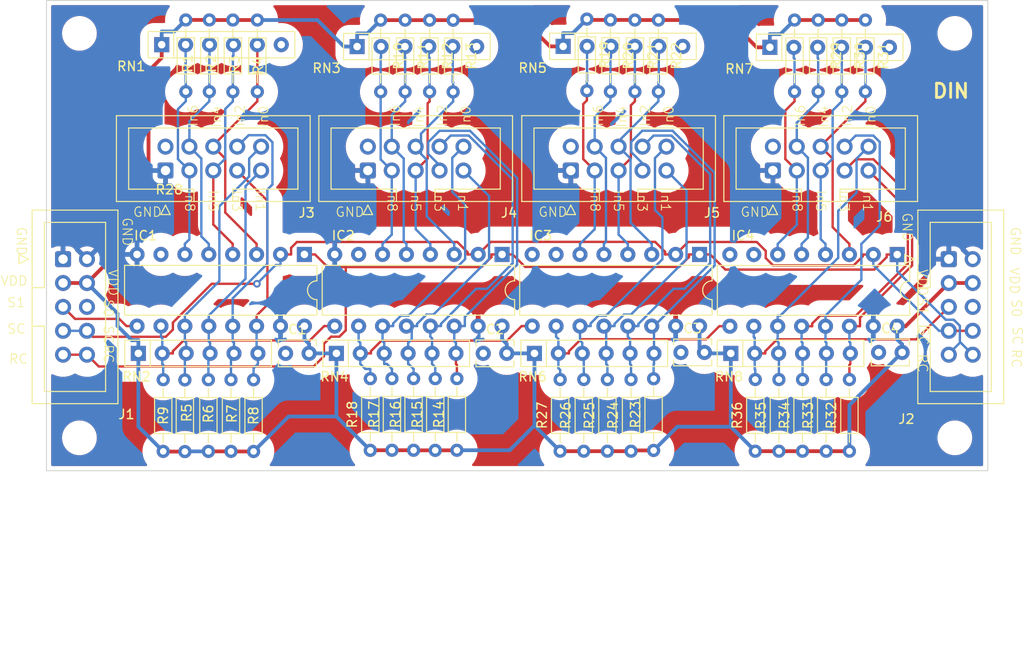
<source format=kicad_pcb>
(kicad_pcb (version 20221018) (generator pcbnew)
  (layers (0 "F.Cu" signal) (31 "B.Cu" signal) (34 "B.Paste" user) (35 "F.Paste" user) (36 "B.SilkS" user "B.Silkscreen") (37 "F.SilkS" user "F.Silkscreen") (38 "B.Mask" user) (39 "F.Mask" user) (44 "Edge.Cuts" user))
  (net 0 "")
  (net 1 "GND")
  (net 2 "+5V")
  (net 3 "RC")
  (net 4 "SC")
  (net 5 "Net-(IC1-D4)")
  (net 6 "Net-(IC1-D5)")
  (net 7 "Net-(IC1-D7)")
  (net 9 "Net-(IC1-Q7)")
  (net 10 "Net-(IC1-DS)")
  (net 11 "Net-(IC1-D0)")
  (net 12 "Net-(IC1-D1)")
  (net 13 "Net-(IC1-D2)")
  (net 14 "Net-(IC1-D3)")
  (net 15 "Net-(IC2-D4)")
  (net 16 "Net-(IC2-D5)")
  (net 17 "Net-(IC2-D6)")
  (net 18 "Net-(IC2-D7)")
  (net 20 "Net-(IC2-DS)")
  (net 21 "Net-(IC2-D0)")
  (net 22 "Net-(IC2-D1)")
  (net 23 "Net-(IC2-D2)")
  (net 24 "Net-(IC2-D3)")
  (net 25 "Net-(IC3-D4)")
  (net 26 "Net-(IC3-D5)")
  (net 27 "Net-(IC3-D6)")
  (net 28 "Net-(IC3-D7)")
  (net 30 "Net-(IC3-DS)")
  (net 31 "Net-(IC3-D0)")
  (net 32 "Net-(IC3-D1)")
  (net 33 "Net-(IC3-D2)")
  (net 34 "Net-(IC3-D3)")
  (net 35 "Net-(IC4-D4)")
  (net 36 "Net-(IC4-D5)")
  (net 37 "Net-(IC4-D6)")
  (net 38 "Net-(IC4-D7)")
  (net 40 "Net-(IC4-DS)")
  (net 41 "Net-(IC4-D0)")
  (net 42 "Net-(IC4-D1)")
  (net 43 "Net-(IC4-D2)")
  (net 44 "Net-(IC4-D3)")
  (net 54 "Net-(IC1-D6)")
  (footprint "MountingHole:MountingHole_3.2mm_M3" (layer "F.Cu") (at 43.5 93.5)
    (fp_text reference "H1" hide)
    (fp_text value "MountingHole" hide)
  )
  (footprint "Resistor_THT:R_Axial_DIN0204_L3.6mm_D1.6mm_P7.62mm_Horizontal" (layer "F.Cu") (at 99.59 137.92 90)
    (fp_text reference "R25")
    (fp_text value "10k")
  )
  (footprint "Resistor_THT:R_Axial_DIN0204_L3.6mm_D1.6mm_P7.62mm_Horizontal" (layer "F.Cu") (at 54.7 137.96 90)
    (fp_text reference "R5")
    (fp_text value "10k")
  )
  (footprint "MountingHole:MountingHole_3.2mm_M3" (layer "F.Cu") (at 136.5 136.5)
    (fp_text reference "H4" hide)
    (fp_text value "MountingHole" hide)
  )
  (footprint "lib 2022 ksir:IDC-Header_2x05_P2.54mm_Vertical_ksr_dIN" (layer "F.Cu") (at 95.7 108.08 90)
    (fp_text reference "J5")
    (fp_text value "sin_in")
  )
  (footprint "Resistor_THT:R_Axial_DIN0204_L3.6mm_D1.6mm_P7.62mm_Horizontal" (layer "F.Cu") (at 59.6 137.94 90)
    (fp_text reference "R7")
    (fp_text value "10k")
  )
  (footprint "Capacitor_THT:C_Disc_D3.8mm_W2.6mm_P2.50mm" (layer "F.Cu") (at 86.4 127.52)
    (fp_text reference "C2")
    (fp_text value "100nf")
  )
  (footprint "Resistor_THT:R_Axial_DIN0204_L3.6mm_D1.6mm_P7.62mm_Horizontal" (layer "F.Cu") (at 102.1 137.92 90)
    (fp_text reference "R24")
    (fp_text value "10k")
  )
  (footprint "Resistor_THT:R_Axial_DIN0204_L3.6mm_D1.6mm_P7.62mm_Horizontal" (layer "F.Cu") (at 97.08 137.92 90)
    (fp_text reference "R26")
    (fp_text value "10k")
  )
  (footprint "lib 2022 ksir:IDC-Header_2x05_P2.54mm_Vertical_ksr_TO_J8_J9" (layer "F.Cu") (at 41.76 117.5)
    (fp_text reference "J1")
    (fp_text value "sin_in")
  )
  (footprint "Resistor_THT:R_Axial_DIN0204_L3.6mm_D1.6mm_P7.62mm_Horizontal" (layer "F.Cu") (at 62.4 92.08 -90)
    (fp_text reference "R4")
    (fp_text value "10k")
  )
  (footprint "Resistor_THT:R_Axial_DIN0204_L3.6mm_D1.6mm_P7.62mm_Horizontal" (layer "F.Cu") (at 74.4 137.83 90)
    (fp_text reference "R18")
    (fp_text value "10k")
  )
  (footprint "Capacitor_THT:C_Disc_D3.8mm_W2.6mm_P2.50mm" (layer "F.Cu") (at 65.4 127.52)
    (fp_text reference "C1")
    (fp_text value "100nf")
  )
  (footprint "Resistor_THT:R_Axial_DIN0204_L3.6mm_D1.6mm_P7.62mm_Horizontal" (layer "F.Cu") (at 120.32 137.92 90)
    (fp_text reference "R34")
    (fp_text value "10k")
  )
  (footprint "Resistor_THT:R_Axial_DIN0204_L3.6mm_D1.6mm_P7.62mm_Horizontal" (layer "F.Cu") (at 119.47 92.08 -90)
    (fp_text reference "R28")
    (fp_text value "10k")
  )
  (footprint "Package_DIP:DIP-16_W7.62mm" (layer "F.Cu") (at 130.38 117.0132 -90)
    (fp_text reference "IC4")
    (fp_text value "74HC165")
  )
  (footprint "Resistor_THT:R_Array_SIP6" (layer "F.Cu") (at 94.89 94.88)
    (fp_text reference "RN5")
    (fp_text value "R_Network05")
  )
  (footprint "Resistor_THT:R_Axial_DIN0204_L3.6mm_D1.6mm_P7.62mm_Horizontal" (layer "F.Cu") (at 83.6 137.82 90)
    (fp_text reference "R14")
    (fp_text value "10k")
  )
  (footprint "Resistor_THT:R_Axial_DIN0204_L3.6mm_D1.6mm_P7.62mm_Horizontal" (layer "F.Cu") (at 79 137.82 90)
    (fp_text reference "R16")
    (fp_text value "10k")
  )
  (footprint "Resistor_THT:R_Axial_DIN0204_L3.6mm_D1.6mm_P7.62mm_Horizontal" (layer "F.Cu") (at 105.01 92.08 -90)
    (fp_text reference "R22")
    (fp_text value "10k")
  )
  (footprint "Resistor_THT:R_Axial_DIN0204_L3.6mm_D1.6mm_P7.62mm_Horizontal" (layer "F.Cu") (at 94.57 137.92 90)
    (fp_text reference "R27")
    (fp_text value "10k")
  )
  (footprint "Resistor_THT:R_Axial_DIN0204_L3.6mm_D1.6mm_P7.62mm_Horizontal" (layer "F.Cu") (at 75.5 92.09 -90)
    (fp_text reference "R10")
    (fp_text value "10k")
  )
  (footprint "Resistor_THT:R_Axial_DIN0204_L3.6mm_D1.6mm_P7.62mm_Horizontal" (layer "F.Cu") (at 57.3 92.07 -90)
    (fp_text reference "R2")
    (fp_text value "10k")
  )
  (footprint "MountingHole:MountingHole_3.2mm_M3" (layer "F.Cu") (at 136.5 93.5)
    (fp_text reference "H2" hide)
    (fp_text value "MountingHole" hide)
  )
  (footprint "lib 2022 ksir:IDC-Header_2x05_P2.54mm_Vertical_ksr_dIN" (layer "F.Cu") (at 52.64 108.08 90)
    (fp_text reference "J3")
    (fp_text value "sin_in")
  )
  (footprint "Resistor_THT:R_Axial_DIN0204_L3.6mm_D1.6mm_P7.62mm_Horizontal" (layer "F.Cu") (at 81.3 137.83 90)
    (fp_text reference "R15")
    (fp_text value "10k")
  )
  (footprint "Resistor_THT:R_Axial_DIN0204_L3.6mm_D1.6mm_P7.62mm_Horizontal" (layer "F.Cu") (at 83.2 92.1 -90)
    (fp_text reference "R13")
    (fp_text value "10k")
  )
  (footprint "Resistor_THT:R_Array_SIP6" (layer "F.Cu") (at 73 94.9)
    (fp_text reference "RN3")
    (fp_text value "R_Network05")
  )
  (footprint "Resistor_THT:R_Axial_DIN0204_L3.6mm_D1.6mm_P7.62mm_Horizontal" (layer "F.Cu") (at 80.7 92.09 -90)
    (fp_text reference "R12")
    (fp_text value "10k")
  )
  (footprint "Package_DIP:DIP-16_W7.62mm" (layer "F.Cu") (at 88.4 117 -90)
    (fp_text reference "IC2")
    (fp_text value "74HC165")
  )
  (footprint "Package_DIP:DIP-16_W7.62mm" (layer "F.Cu") (at 67.4 117 -90)
    (fp_text reference "IC1")
    (fp_text value "74HC165")
  )
  (footprint "Capacitor_THT:C_Disc_D3.8mm_W2.6mm_P2.50mm" (layer "F.Cu") (at 128.4 127.42)
    (fp_text reference "C4")
    (fp_text value "100nf")
  )
  (footprint "Resistor_THT:R_Array_SIP6" (layer "F.Cu") (at 70.8 127.52)
    (fp_text reference "RN4")
    (fp_text value "R_Network05")
  )
  (footprint "Resistor_THT:R_Array_SIP6" (layer "F.Cu") (at 52.24 94.7)
    (fp_text reference "RN1")
    (fp_text value "R_Network05")
  )
  (footprint "Resistor_THT:R_Axial_DIN0204_L3.6mm_D1.6mm_P7.62mm_Horizontal" (layer "F.Cu") (at 97.41 91.98 -90)
    (fp_text reference "R19")
    (fp_text value "10k")
  )
  (footprint "Resistor_THT:R_Array_SIP6" (layer "F.Cu") (at 116.85 94.98)
    (fp_text reference "RN7")
    (fp_text value "R_Network05")
  )
  (footprint "MountingHole:MountingHole_3.2mm_M3" (layer "F.Cu") (at 43.5 136.5)
    (fp_text reference "H3" hide)
    (fp_text value "MountingHole" hide)
  )
  (footprint "lib 2022 ksir:IDC-Header_2x05_P2.54mm_Vertical_ksr_dIN" (layer "F.Cu") (at 74.14 108.08 90)
    (fp_text reference "J4")
    (fp_text value "sin_in")
  )
  (footprint "Resistor_THT:R_Axial_DIN0204_L3.6mm_D1.6mm_P7.62mm_Horizontal" (layer "F.Cu") (at 52.4 137.94 90)
    (fp_text reference "R9")
    (fp_text value "10k")
  )
  (footprint "Resistor_THT:R_Axial_DIN0204_L3.6mm_D1.6mm_P7.62mm_Horizontal" (layer "F.Cu") (at 59.8 92.08 -90)
    (fp_text reference "R3")
    (fp_text value "10k")
  )
  (footprint "Resistor_THT:R_Axial_DIN0204_L3.6mm_D1.6mm_P7.62mm_Horizontal" (layer "F.Cu") (at 121.98 92.08 -90)
    (fp_text reference "R29")
    (fp_text value "10k")
  )
  (footprint "Resistor_THT:R_Axial_DIN0204_L3.6mm_D1.6mm_P7.62mm_Horizontal" (layer "F.Cu") (at 122.83 137.92 90)
    (fp_text reference "R33")
    (fp_text value "10k")
  )
  (footprint "Resistor_THT:R_Array_SIP6" (layer "F.Cu") (at 91.84 127.52)
    (fp_text reference "RN6")
    (fp_text value "R_Network05")
  )
  (footprint "lib 2022 ksir:IDC-Header_2x05_P2.54mm_Vertical_ksr_dIN" (layer "F.Cu") (at 117.17 108.08 90)
    (fp_text reference "J6")
    (fp_text value "sin_in")
  )
  (footprint "Resistor_THT:R_Axial_DIN0204_L3.6mm_D1.6mm_P7.62mm_Horizontal" (layer "F.Cu") (at 124.49 92.08 -90)
    (fp_text reference "R30")
    (fp_text value "10k")
  )
  (footprint "Resistor_THT:R_Axial_DIN0204_L3.6mm_D1.6mm_P7.62mm_Horizontal" (layer "F.Cu") (at 127 92.08 -90)
    (fp_text reference "R31")
    (fp_text value "10k")
  )
  (footprint "Resistor_THT:R_Axial_DIN0204_L3.6mm_D1.6mm_P7.62mm_Horizontal" (layer "F.Cu") (at 125.3 137.92 90)
    (fp_text reference "R32")
    (fp_text value "10k")
  )
  (footprint "Resistor_THT:R_Axial_DIN0204_L3.6mm_D1.6mm_P7.62mm_Horizontal" (layer "F.Cu") (at 78.1 92.09 -90)
    (fp_text reference "R11")
    (fp_text value "10k")
  )
  (footprint "Resistor_THT:R_Axial_DIN0204_L3.6mm_D1.6mm_P7.62mm_Horizontal" (layer "F.Cu") (at 104.5 137.84 90)
    (fp_text reference "R23")
    (fp_text value "10k")
  )
  (footprint "Resistor_THT:R_Array_SIP6" (layer "F.Cu") (at 49.76 127.52)
    (fp_text reference "RN2")
    (fp_text value "R_Network05")
  )
  (footprint "Resistor_THT:R_Array_SIP6" (layer "F.Cu") (at 112.7 127.52)
    (fp_text reference "RN8")
    (fp_text value "R_Network05")
  )
  (footprint "Resistor_THT:R_Axial_DIN0204_L3.6mm_D1.6mm_P7.62mm_Horizontal" (layer "F.Cu") (at 62 137.95 90)
    (fp_text reference "R8")
    (fp_text value "10k")
  )
  (footprint "Resistor_THT:R_Axial_DIN0204_L3.6mm_D1.6mm_P7.62mm_Horizontal" (layer "F.Cu") (at 99.91 92.07 -90)
    (fp_text reference "R20")
    (fp_text value "10k")
  )
  (footprint "Resistor_THT:R_Axial_DIN0204_L3.6mm_D1.6mm_P7.62mm_Horizontal" (layer "F.Cu") (at 115.3 137.92 90)
    (fp_text reference "R36")
    (fp_text value "10k")
  )
  (footprint "Resistor_THT:R_Axial_DIN0204_L3.6mm_D1.6mm_P7.62mm_Horizontal" (layer "F.Cu") (at 57.2 137.94 90)
    (fp_text reference "R6")
    (fp_text value "10k")
  )
  (footprint "Capacitor_THT:C_Disc_D3.8mm_W2.6mm_P2.50mm" (layer "F.Cu") (at 107.4 127.42)
    (fp_text reference "C3")
    (fp_text value "100nf")
  )
  (footprint "Resistor_THT:R_Axial_DIN0204_L3.6mm_D1.6mm_P7.62mm_Horizontal" (layer "F.Cu") (at 76.7 137.82 90)
    (fp_text reference "R17")
    (fp_text value "10k")
  )
  (footprint "lib 2022 ksir:IDC-Header_2x05_P2.54mm_Vertical_ksr_TO_J8_J9" (layer "F.Cu") (at 135.86 117.5)
    (fp_text reference "J2")
    (fp_text value "sin_in")
  )
  (footprint "Package_DIP:DIP-16_W7.62mm" (layer "F.Cu") (at 109.38 117 -90)
    (fp_text reference "IC3")
    (fp_text value "74HC165")
  )
  (footprint "Resistor_THT:R_Axial_DIN0204_L3.6mm_D1.6mm_P7.62mm_Horizontal" (layer "F.Cu") (at 54.8 92.07 -90)
    (fp_text reference "R1")
    (fp_text value "10k")
  )
  (footprint "Resistor_THT:R_Axial_DIN0204_L3.6mm_D1.6mm_P7.62mm_Horizontal" (layer "F.Cu") (at 102.51 92.08 -90)
    (fp_text reference "R21")
    (fp_text value "10k")
  )
  (footprint "Resistor_THT:R_Axial_DIN0204_L3.6mm_D1.6mm_P7.62mm_Horizontal" (layer "F.Cu") (at 117.81 137.92 90)
    (fp_text reference "R35")
    (fp_text value "10k")
  )
  (gr_poly (pts (xy 140 140) (xy 40 140) (xy 40 90) (xy 140 90)) (stroke (width 0.1)) (fill none) (layer "Edge.Cuts"))
  (gr_text "DIN" (at 134 100.5) (layer "F.SilkS") (effects (font (size 1.5 1.5) (thickness 0.3) bold) (justify left bottom)))
  (segment (start 102.51 92.08) (end 105.01 92.08) (width 0.4) (layer "F.Cu") (net 2))
  (segment (start 97.5 92.07) (end 97.41 91.98) (width 0.4) (layer "F.Cu") (net 2))
  (segment (start 74.41 137.82) (end 74.4 137.83) (width 0.4) (layer "F.Cu") (net 2))
  (segment (start 116.85 94.98) (end 115.4499 94.98) (width 0.4) (layer "F.Cu") (net 2))
  (segment (start 130.38 124.6332) (end 131.2668 124.6332) (width 0.4) (layer "F.Cu") (net 2))
  (segment (start 127 92.08) (end 124.49 92.08) (width 0.4) (layer "F.Cu") (net 2))
  (segment (start 83.19 92.09) (end 83.2 92.1) (width 0.4) (layer "F.Cu") (net 2))
  (segment (start 99.91 92.07) (end 97.5 92.07) (width 0.4) (layer "F.Cu") (net 2))
  (segment (start 57.31 92.08) (end 59.8 92.08) (width 0.4) (layer "F.Cu") (net 2))
  (segment (start 79 137.82) (end 76.7 137.82) (width 0.4) (layer "F.Cu") (net 2))
  (segment (start 41.76 120.04) (end 44.3 120.04) (width 0.4) (layer "F.Cu") (net 2))
  (segment (start 122.83 137.92) (end 125.3 137.92) (width 0.4) (layer "F.Cu") (net 2))
  (segment (start 94.89 94.88) (end 93.4899 94.88) (width 0.4) (layer "F.Cu") (net 2))
  (segment (start 115.3 137.92) (end 117.81 137.92) (width 0.4) (layer "F.Cu") (net 2))
  (segment (start 102.1 137.92) (end 99.59 137.92) (width 0.4) (layer "F.Cu") (net 2))
  (segment (start 97.08 137.92) (end 94.57 137.92) (width 0.4) (layer "F.Cu") (net 2))
  (segment (start 117.81 137.92) (end 120.32 137.92) (width 0.4) (layer "F.Cu") (net 2))
  (segment (start 105.01 92.08) (end 112.5499 92.08) (width 0.4) (layer "F.Cu") (net 2))
  (segment (start 76.7 137.82) (end 74.41 137.82) (width 0.4) (layer "F.Cu") (net 2))
  (segment (start 79.01 137.83) (end 81.3 137.83) (width 0.4) (layer "F.Cu") (net 2))
  (segment (start 124.49 92.08) (end 121.98 92.08) (width 0.4) (layer "F.Cu") (net 2))
  (segment (start 121.98 92.08) (end 119.47 92.08) (width 0.4) (layer "F.Cu") (net 2))
  (segment (start 79 137.82) (end 79.01 137.83) (width 0.4) (layer "F.Cu") (net 2))
  (segment (start 97.08 137.92) (end 99.59 137.92) (width 0.4) (layer "F.Cu") (net 2))
  (segment (start 59.6 137.94) (end 59.61 137.95) (width 0.4) (layer "F.Cu") (net 2))
  (segment (start 54.8 92.07) (end 57.3 92.07) (width 0.4) (layer "F.Cu") (net 2))
  (segment (start 78.1 92.09) (end 80.7 92.09) (width 0.4) (layer "F.Cu") (net 2))
  (segment (start 57.2 137.94) (end 59.6 137.94) (width 0.4) (layer "F.Cu") (net 2))
  (segment (start 83.59 137.83) (end 83.6 137.82) (width 0.4) (layer "F.Cu") (net 2))
  (segment (start 59.8 92.08) (end 62.4 92.08) (width 0.4) (layer "F.Cu") (net 2))
  (segment (start 104.5 137.84) (end 102.18 137.84) (width 0.4) (layer "F.Cu") (net 2))
  (segment (start 83.2 92.1) (end 90.7099 92.1) (width 0.4) (layer "F.Cu") (net 2))
  (segment (start 131.2668 124.6332) (end 135.86 120.04) (width 0.4) (layer "F.Cu") (net 2))
  (segment (start 90.7099 92.1) (end 93.4899 94.88) (width 0.4) (layer "F.Cu") (net 2))
  (segment (start 102.18 137.84) (end 102.1 137.92) (width 0.4) (layer "F.Cu") (net 2))
  (segment (start 44.3 120.04) (end 50.8399 113.5001) (width 0.4) (layer "F.Cu") (net 2))
  (segment (start 50.8399 113.5001) (end 50.8399 97.5002) (width 0.4) (layer "F.Cu") (net 2))
  (segment (start 80.7 92.09) (end 83.19 92.09) (width 0.4) (layer "F.Cu") (net 2))
  (segment (start 135.86 120.04) (end 138.4 120.04) (width 0.4) (layer "F.Cu") (net 2))
  (segment (start 52.42 137.96) (end 52.4 137.94) (width 0.4) (layer "F.Cu") (net 2))
  (segment (start 57.3 92.07) (end 57.31 92.08) (width 0.4) (layer "F.Cu") (net 2))
  (segment (start 50.8399 97.5002) (end 52.24 96.1001) (width 0.4) (layer "F.Cu") (net 2))
  (segment (start 75.5 92.09) (end 78.1 92.09) (width 0.4) (layer "F.Cu") (net 2))
  (segment (start 112.5499 92.08) (end 115.4499 94.98) (width 0.4) (layer "F.Cu") (net 2))
  (segment (start 99.91 92.07) (end 102.5 92.07) (width 0.4) (layer "F.Cu") (net 2))
  (segment (start 120.32 137.92) (end 122.83 137.92) (width 0.4) (layer "F.Cu") (net 2))
  (segment (start 102.5 92.07) (end 102.51 92.08) (width 0.4) (layer "F.Cu") (net 2))
  (segment (start 81.3 137.83) (end 83.59 137.83) (width 0.4) (layer "F.Cu") (net 2))
  (segment (start 59.61 137.95) (end 62 137.95) (width 0.4) (layer "F.Cu") (net 2))
  (segment (start 54.7 137.96) (end 52.42 137.96) (width 0.4) (layer "F.Cu") (net 2))
  (segment (start 52.24 94.7) (end 52.24 96.1001) (width 0.4) (layer "F.Cu") (net 2))
  (segment (start 62.4 92.08) (end 68.7799 92.08) (width 0.4) (layer "B.Cu") (net 2))
  (segment (start 89.21 137.82) (end 91.84 135.19) (width 0.4) (layer "B.Cu") (net 2))
  (segment (start 130.38 126.0333) (end 130.9 126.5533) (width 0.4) (layer "B.Cu") (net 2))
  (segment (start 57.2 137.94) (end 54.72 137.94) (width 0.4) (layer "B.Cu") (net 2))
  (segment (start 83.6 137.82) (end 89.21 137.82) (width 0.4) (layer "B.Cu") (net 2))
  (segment (start 73 94.9) (end 71.5999 94.9) (width 0.4) (layer "B.Cu") (net 2))
  (segment (start 65.72 134.23) (end 62 137.95) (width 0.4) (layer "B.Cu") (net 2))
  (segment (start 88.9 127.52) (end 88.9 126.5201) (width 0.4) (layer "B.Cu") (net 2))
  (segment (start 117.9701 93.5799) (end 119.47 92.08) (width 0.4) (layer "B.Cu") (net 2))
  (segment (start 91.84 127.52) (end 88.9 127.52) (width 0.4) (layer "B.Cu") (net 2))
  (segment (start 52.24 93.2999) (end 53.5701 93.2999) (width 0.4) (layer "B.Cu") (net 2))
  (segment (start 49.76 127.52) (end 49.76 126.1199) (width 0.4) (layer "B.Cu") (net 2))
  (segment (start 107.02 135.32) (end 104.5 137.84) (width 0.4) (layer "B.Cu") (net 2))
  (segment (start 70.8 134.23) (end 74.4 137.83) (width 0.4) (layer "B.Cu") (net 2))
  (segment (start 116.85 94.98) (end 116.85 93.5799) (width 0.4) (layer "B.Cu") (net 2))
  (segment (start 70.8 127.52) (end 67.9 127.52) (width 0.4) (layer "B.Cu") (net 2))
  (segment (start 109.38 126.9) (end 109.9 127.42) (width 0.4) (layer "B.Cu") (net 2))
  (segment (start 125.3 137.92) (end 125.3 133.02) (width 0.4) (layer "B.Cu") (net 2))
  (segment (start 49.76 126.1199) (end 49.06 126.1199) (width 0.4) (layer "B.Cu") (net 2))
  (segment (start 52.24 94.7) (end 52.24 93.2999) (width 0.4) (layer "B.Cu") (net 2))
  (segment (start 97.41 91.98) (end 95.9101 93.4799) (width 0.4) (layer "B.Cu") (net 2))
  (segment (start 53.5701 93.2999) (end 54.8 92.07) (width 0.4) (layer "B.Cu") (net 2))
  (segment (start 125.3 133.02) (end 130.9 127.42) (width 0.4) (layer "B.Cu") (net 2))
  (segment (start 94.89 94.88) (end 94.89 93.4799) (width 0.4) (layer "B.Cu") (net 2))
  (segment (start 95.9101 93.4799) (end 94.89 93.4799) (width 0.4) (layer "B.Cu") (net 2))
  (segment (start 112.7 135.32) (end 115.3 137.92) (width 0.4) (layer "B.Cu") (net 2))
  (segment (start 112.7 127.52) (end 110 127.52) (width 0.4) (layer "B.Cu") (net 2))
  (segment (start 74.0901 93.4999) (end 73 93.4999) (width 0.4) (layer "B.Cu") (net 2))
  (segment (start 52.4 137.94) (end 49.76 135.3) (width 0.4) (layer "B.Cu") (net 2))
  (segment (start 47.5378 124.5977) (end 47.5378 123.2778) (width 0.4) (layer "B.Cu") (net 2))
  (segment (start 49.76 135.3) (end 49.76 127.52) (width 0.4) (layer "B.Cu") (net 2))
  (segment (start 47.5378 123.2778) (end 44.3 120.04) (width 0.4) (layer "B.Cu") (net 2))
  (segment (start 70.8 127.52) (end 70.8 134.23) (width 0.4) (layer "B.Cu") (net 2))
  (segment (start 91.84 135.19) (end 91.84 127.52) (width 0.4) (layer "B.Cu") (net 2))
  (segment (start 109.38 124.62) (end 109.38 126.9) (width 0.4) (layer "B.Cu") (net 2))
  (segment (start 88.4 124.62) (end 88.4 126.0201) (width 0.4) (layer "B.Cu") (net 2))
  (segment (start 130.9 126.5533) (end 130.9 127.42) (width 0.4) (layer "B.Cu") (net 2))
  (segment (start 75.5 92.09) (end 74.0901 93.4999) (width 0.4) (layer "B.Cu") (net 2))
  (segment (start 116.85 93.5799) (end 117.9701 93.5799) (width 0.4) (layer "B.Cu") (net 2))
  (segment (start 94.57 137.92) (end 91.84 135.19) (width 0.4) (layer "B.Cu") (net 2))
  (segment (start 67.9 127.52) (end 67.9 126.5201) (width 0.4) (layer "B.Cu") (net 2))
  (segment (start 67.9 126.5201) (end 67.4 126.0201) (width 0.4) (layer "B.Cu") (net 2))
  (segment (start 110 127.52) (end 109.9 127.42) (width 0.4) (layer "B.Cu") (net 2))
  (segment (start 68.7799 92.08) (end 71.5999 94.9) (width 0.4) (layer "B.Cu") (net 2))
  (segment (start 88.9 126.5201) (end 88.4 126.0201) (width 0.4) (layer "B.Cu") (net 2))
  (segment (start 67.4 124.62) (end 67.4 126.0201) (width 0.4) (layer "B.Cu") (net 2))
  (segment (start 49.06 126.1199) (end 47.5378 124.5977) (width 0.4) (layer "B.Cu") (net 2))
  (segment (start 70.8 134.23) (end 65.72 134.23) (width 0.4) (layer "B.Cu") (net 2))
  (segment (start 112.7 127.52) (end 112.7 135.32) (width 0.4) (layer "B.Cu") (net 2))
  (segment (start 112.7 135.32) (end 107.02 135.32) (width 0.4) (layer "B.Cu") (net 2))
  (segment (start 73 94.9) (end 73 93.4999) (width 0.4) (layer "B.Cu") (net 2))
  (segment (start 54.72 137.94) (end 54.7 137.96) (width 0.4) (layer "B.Cu") (net 2))
  (segment (start 130.38 124.6332) (end 130.38 126.0333) (width 0.4) (layer "B.Cu") (net 2))
  (segment (start 108.2549 117) (end 108.2549 117.2813) (width 0.25) (layer "F.Cu") (net 3))
  (segment (start 130.38 117.0132) (end 129.2549 117.0132) (width 0.25) (layer "F.Cu") (net 3))
  (segment (start 71.7936 125.0703) (end 71.1187 125.7452) (width 0.25) (layer "F.Cu") (net 3))
  (segment (start 69.4748 126.5026) (end 69.4748 127.8204) (width 0.25) (layer "F.Cu") (net 3))
  (segment (start 71.7936 118.3497) (end 69.8748 118.3497) (width 0.25) (layer "F.Cu") (net 3))
  (segment (start 88.4 117) (end 89.5251 117) (width 0.25) (layer "F.Cu") (net 3))
  (segment (start 69.4748 127.8204) (end 68.3834 128.9118) (width 0.25) (layer "F.Cu") (net 3))
  (segment (start 109.38 117) (end 110.5051 117) (width 0.25) (layer "F.Cu") (net 3))
  (segment (start 107.211 118.3252) (end 90.8503 118.3252) (width 0.25) (layer "F.Cu") (net 3))
  (segment (start 70.2322 125.7452) (end 69.4748 126.5026) (width 0.25) (layer "F.Cu") (net 3))
  (segment (start 71.1187 125.7452) (end 70.2322 125.7452) (width 0.25) (layer "F.Cu") (net 3))
  (segment (start 86.2065 118.3497) (end 71.7936 118.3497) (width 0.25) (layer "F.Cu") (net 3))
  (segment (start 127.938 118.6115) (end 129.2549 117.2946) (width 0.25) (layer "F.Cu") (net 3))
  (segment (start 129.2549 117.2946) (end 129.2549 117.0132) (width 0.25) (layer "F.Cu") (net 3))
  (segment (start 71.7936 118.3497) (end 71.7936 125.0703) (width 0.25) (layer "F.Cu") (net 3))
  (segment (start 69.8748 118.3497) (end 68.5251 117) (width 0.25) (layer "F.Cu") (net 3))
  (segment (start 68.3834 128.9118) (end 45.5518 128.9118) (width 0.25) (layer "F.Cu") (net 3))
  (segment (start 108.2549 117.2813) (end 107.211 118.3252) (width 0.25) (layer "F.Cu") (net 3))
  (segment (start 45.5518 128.9118) (end 44.3 127.66) (width 0.25) (layer "F.Cu") (net 3))
  (segment (start 108.8175 117) (end 108.2549 117) (width 0.25) (layer "F.Cu") (net 3))
  (segment (start 112.1166 118.6115) (end 127.938 118.6115) (width 0.25) (layer "F.Cu") (net 3))
  (segment (start 110.5051 117) (end 112.1166 118.6115) (width 0.25) (layer "F.Cu") (net 3))
  (segment (start 67.4 117) (end 68.5251 117) (width 0.25) (layer "F.Cu") (net 3))
  (segment (start 108.8175 117) (end 109.38 117) (width 0.25) (layer "F.Cu") (net 3))
  (segment (start 90.8503 118.3252) (end 89.5251 117) (width 0.25) (layer "F.Cu") (net 3))
  (segment (start 87.2749 117.2813) (end 86.2065 118.3497) (width 0.25) (layer "F.Cu") (net 3))
  (segment (start 88.4 117) (end 87.2749 117) (width 0.25) (layer "F.Cu") (net 3))
  (segment (start 87.2749 117) (end 87.2749 117.2813) (width 0.25) (layer "F.Cu") (net 3))
  (segment (start 41.76 127.66) (end 44.3 127.66) (width 0.25) (layer "F.Cu") (net 3))
  (segment (start 138.4 127.66) (end 137.13 126.39) (width 0.25) (layer "B.Cu") (net 3))
  (segment (start 135.86 127.5652) (end 135.86 127.66) (width 0.25) (layer "B.Cu") (net 3))
  (segment (start 130.38 117.0132) (end 130.38 118.1383) (width 0.25) (layer "B.Cu") (net 3))
  (segment (start 130.38 118.7912) (end 135.5336 123.9448) (width 0.25) (layer "B.Cu") (net 3))
  (segment (start 130.38 118.1383) (end 130.38 118.7912) (width 0.25) (layer "B.Cu") (net 3))
  (segment (start 137.0352 126.39) (end 135.86 127.5652) (width 0.25) (layer "B.Cu") (net 3))
  (segment (start 137.13 126.39) (end 137.0352 126.39) (width 0.25) (layer "B.Cu") (net 3))
  (segment (start 136.3858 123.9448) (end 137.0352 124.5942) (width 0.25) (layer "B.Cu") (net 3))
  (segment (start 135.5336 123.9448) (end 136.3858 123.9448) (width 0.25) (layer "B.Cu") (net 3))
  (segment (start 137.0352 124.5942) (end 137.0352 126.39) (width 0.25) (layer "B.Cu") (net 3))
  (segment (start 65.9851 116.2968) (end 66.6071 115.6748) (width 0.25) (layer "F.Cu") (net 4))
  (segment (start 117.1874 118.1613) (end 125.7594 118.1613) (width 0.25) (layer "F.Cu") (net 4))
  (segment (start 106.84 117) (end 108.1634 115.6766) (width 0.25) (layer "F.Cu") (net 4))
  (segment (start 138.4 125.12) (end 135.86 125.12) (width 0.25) (layer "F.Cu") (net 4))
  (segment (start 66.6071 115.6748) (end 83.6428 115.6748) (width 0.25) (layer "F.Cu") (net 4))
  (segment (start 53.43 124.2423) (end 53.43 124.9938) (width 0.25) (layer "F.Cu") (net 4))
  (segment (start 52.6671 125.7567) (end 44.9367 125.7567) (width 0.25) (layer "F.Cu") (net 4))
  (segment (start 106.84 117) (end 105.7149 117) (width 0.25) (layer "F.Cu") (net 4))
  (segment (start 87.1941 115.6659) (end 85.86 117) (width 0.25) (layer "F.Cu") (net 4))
  (segment (start 53.43 124.9938) (end 52.6671 125.7567) (width 0.25) (layer "F.Cu") (net 4))
  (segment (start 85.86 117) (end 84.7349 117) (width 0.25) (layer "F.Cu") (net 4))
  (segment (start 83.6428 115.6748) (end 84.7349 116.7669) (width 0.25) (layer "F.Cu") (net 4))
  (segment (start 127.84 117.0132) (end 126.7149 117.0132) (width 0.25) (layer "F.Cu") (net 4))
  (segment (start 84.7349 116.7669) (end 84.7349 117) (width 0.25) (layer "F.Cu") (net 4))
  (segment (start 105.7149 117) (end 105.7149 116.7187) (width 0.25) (layer "F.Cu") (net 4))
  (segment (start 116.41 116.6292) (end 116.41 117.3839) (width 0.25) (layer "F.Cu") (net 4))
  (segment (start 108.1634 115.6766) (end 115.4574 115.6766) (width 0.25) (layer "F.Cu") (net 4))
  (segment (start 105.7149 116.7187) (end 104.6621 115.6659) (width 0.25) (layer "F.Cu") (net 4))
  (segment (start 57.5511 120.1212) (end 53.43 124.2423) (width 0.25) (layer "F.Cu") (net 4))
  (segment (start 62.3526 120.1212) (end 57.5511 120.1212) (width 0.25) (layer "F.Cu") (net 4))
  (segment (start 44.9367 125.7567) (end 44.3 125.12) (width 0.25) (layer "F.Cu") (net 4))
  (segment (start 104.6621 115.6659) (end 87.1941 115.6659) (width 0.25) (layer "F.Cu") (net 4))
  (segment (start 115.4574 115.6766) (end 116.41 116.6292) (width 0.25) (layer "F.Cu") (net 4))
  (segment (start 116.41 117.3839) (end 117.1874 118.1613) (width 0.25) (layer "F.Cu") (net 4))
  (segment (start 126.7149 117.2058) (end 126.7149 117.0132) (width 0.25) (layer "F.Cu") (net 4))
  (segment (start 125.7594 118.1613) (end 126.7149 117.2058) (width 0.25) (layer "F.Cu") (net 4))
  (segment (start 65.9851 117) (end 65.9851 116.2968) (width 0.25) (layer "F.Cu") (net 4))
  (segment (start 64.86 117) (end 65.9851 117) (width 0.25) (layer "F.Cu") (net 4))
  (via (at 62.3526 120.1212) (size 0.8) (drill 0.4) (layers "F.Cu" "B.Cu") (net 4))
  (segment (start 64.86 118.1251) (end 64.3487 118.1251) (width 0.25) (layer "B.Cu") (net 4))
  (segment (start 127.84 117.0132) (end 127.84 118.1383) (width 0.25) (layer "B.Cu") (net 4))
  (segment (start 127.84 118.1383) (end 134.8217 125.12) (width 0.25) (layer "B.Cu") (net 4))
  (segment (start 134.8217 125.12) (end 135.86 125.12) (width 0.25) (layer "B.Cu") (net 4))
  (segment (start 64.86 117) (end 64.86 118.1251) (width 0.25) (layer "B.Cu") (net 4))
  (segment (start 44.3 125.12) (end 41.76 125.12) (width 0.25) (layer "B.Cu") (net 4))
  (segment (start 64.3487 118.1251) (end 62.3526 120.1212) (width 0.25) (layer "B.Cu") (net 4))
  (segment (start 58.99 106.81) (end 57.72 105.54) (width 0.25) (layer "F.Cu") (net 5))
  (segment (start 62.4 100.7251) (end 57.72 105.4051) (width 0.25) (layer "F.Cu") (net 5))
  (segment (start 57.72 105.4051) (end 57.72 105.54) (width 0.25) (layer "F.Cu") (net 5))
  (segment (start 58.99 112.5449) (end 58.99 106.81) (width 0.25) (layer "F.Cu") (net 5))
  (segment (start 62.4 94.7) (end 62.4 99.7) (width 0.25) (layer "F.Cu") (net 5))
  (segment (start 62.32 115.8749) (end 58.99 112.5449) (width 0.25) (layer "F.Cu") (net 5))
  (segment (start 62.32 117) (end 62.32 115.8749) (width 0.25) (layer "F.Cu") (net 5))
  (segment (start 62.4 99.7) (end 62.4 100.7251) (width 0.25) (layer "F.Cu") (net 5))
  (segment (start 57.72 108.08) (end 57.72 113.8149) (width 0.25) (layer "F.Cu") (net 6))
  (segment (start 59.78 117) (end 59.78 115.8749) (width 0.25) (layer "F.Cu") (net 6))
  (segment (start 57.72 113.8149) (end 59.78 115.8749) (width 0.25) (layer "F.Cu") (net 6))
  (segment (start 58.99 101.5351) (end 59.8 100.7251) (width 0.25) (layer "B.Cu") (net 6))
  (segment (start 59.8 95.8851) (end 59.8 99.7) (width 0.25) (layer "B.Cu") (net 6))
  (segment (start 59.8 99.7) (end 59.8 100.7251) (width 0.25) (layer "B.Cu") (net 6))
  (segment (start 59.86 95.8251) (end 59.8 95.8851) (width 0.25) (layer "B.Cu") (net 6))
  (segment (start 59.86 94.7) (end 59.86 95.8251) (width 0.25) (layer "B.Cu") (net 6))
  (segment (start 58.99 106.81) (end 58.99 101.5351) (width 0.25) (layer "B.Cu") (net 6))
  (segment (start 57.72 108.08) (end 58.99 106.81) (width 0.25) (layer "B.Cu") (net 6))
  (segment (start 53.9657 101.5494) (end 54.8 100.7151) (width 0.25) (layer "B.Cu") (net 7))
  (segment (start 53.9657 106.8657) (end 53.9657 101.5494) (width 0.25) (layer "B.Cu") (net 7))
  (segment (start 55.18 108.08) (end 53.9657 106.8657) (width 0.25) (layer "B.Cu") (net 7))
  (segment (start 54.78 94.7) (end 54.78 98.6449) (width 0.25) (layer "B.Cu") (net 7))
  (segment (start 54.7 117) (end 54.7 115.8749) (width 0.25) (layer "B.Cu") (net 7))
  (segment (start 54.7 115.8749) (end 55.18 115.3949) (width 0.25) (layer "B.Cu") (net 7))
  (segment (start 55.18 115.3949) (end 55.18 108.08) (width 0.25) (layer "B.Cu") (net 7))
  (segment (start 54.8 99.69) (end 54.8 98.6649) (width 0.25) (layer "B.Cu") (net 7))
  (segment (start 54.78 98.6449) (end 54.8 98.6649) (width 0.25) (layer "B.Cu") (net 7))
  (segment (start 54.8 99.69) (end 54.8 100.7151) (width 0.25) (layer "B.Cu") (net 7))
  (segment (start 47.7249 123.85) (end 43.03 123.85) (width 0.25) (layer "F.Cu") (net 9))
  (segment (start 43.03 123.85) (end 41.76 122.58) (width 0.25) (layer "F.Cu") (net 9))
  (segment (start 49.62 124.62) (end 48.4949 124.62) (width 0.25) (layer "F.Cu") (net 9))
  (segment (start 48.4949 124.62) (end 47.7249 123.85) (width 0.25) (layer "F.Cu") (net 9))
  (segment (start 53.4251 127.2868) (end 53.4251 127.52) (width 0.25) (layer "F.Cu") (net 10))
  (segment (start 69.4949 124.62) (end 67.9749 126.14) (width 0.25) (layer "F.Cu") (net 10))
  (segment (start 54.5719 126.14) (end 53.4251 127.2868) (width 0.25) (layer "F.Cu") (net 10))
  (segment (start 67.9749 126.14) (end 54.5719 126.14) (width 0.25) (layer "F.Cu") (net 10))
  (segment (start 70.62 124.62) (end 69.4949 124.62) (width 0.25) (layer "F.Cu") (net 10))
  (segment (start 52.3 127.52) (end 53.4251 127.52) (width 0.25) (layer "F.Cu") (net 10))
  (segment (start 52.4 128.7451) (end 52.4 130.32) (width 0.25) (layer "B.Cu") (net 10))
  (segment (start 52.3 128.6451) (end 52.4 128.7451) (width 0.25) (layer "B.Cu") (net 10))
  (segment (start 52.16 125.7451) (end 52.3 125.8851) (width 0.25) (layer "B.Cu") (net 10))
  (segment (start 52.3 127.52) (end 52.3 128.6451) (width 0.25) (layer "B.Cu") (net 10))
  (segment (start 52.3 125.8851) (end 52.3 127.52) (width 0.25) (layer "B.Cu") (net 10))
  (segment (start 52.16 124.62) (end 52.16 125.7451) (width 0.25) (layer "B.Cu") (net 10))
  (segment (start 54.84 126.9574) (end 54.84 126.3949) (width 0.25) (layer "B.Cu") (net 11))
  (segment (start 58.3652 111.8781) (end 61.53 108.7133) (width 0.25) (layer "B.Cu") (net 11))
  (segment (start 54.84 126.3949) (end 54.7 126.2549) (width 0.25) (layer "B.Cu") (net 11))
  (segment (start 54.84 126.9574) (end 54.7 127.0974) (width 0.25) (layer "B.Cu") (net 11))
  (segment (start 54.7 126.2549) (end 54.7 124.62) (width 0.25) (layer "B.Cu") (net 11))
  (segment (start 54.84 127.52) (end 54.84 126.9574) (width 0.25) (layer "B.Cu") (net 11))
  (segment (start 61.53 106.81) (end 62.8 105.54) (width 0.25) (layer "B.Cu") (net 11))
  (segment (start 58.3652 119.8297) (end 58.3652 111.8781) (width 0.25) (layer "B.Cu") (net 11))
  (segment (start 61.53 108.7133) (end 61.53 106.81) (width 0.25) (layer "B.Cu") (net 11))
  (segment (start 54.7 127.0974) (end 54.7 130.34) (width 0.25) (layer "B.Cu") (net 11))
  (segment (start 54.7 124.62) (end 54.7 123.4949) (width 0.25) (layer "B.Cu") (net 11))
  (segment (start 54.7 123.4949) (end 58.3652 119.8297) (width 0.25) (layer "B.Cu") (net 11))
  (segment (start 57.38 126.9574) (end 57.38 126.3949) (width 0.25) (layer "B.Cu") (net 12))
  (segment (start 57.38 126.3949) (end 57.24 126.2549) (width 0.25) (layer "B.Cu") (net 12))
  (segment (start 61.1449 119.59) (end 57.24 123.4949) (width 0.25) (layer "B.Cu") (net 12))
  (segment (start 57.24 126.2549) (end 57.24 124.62) (width 0.25) (layer "B.Cu") (net 12))
  (segment (start 61.1449 109.7351) (end 61.1449 119.59) (width 0.25) (layer "B.Cu") (net 12))
  (segment (start 57.38 126.9574) (end 57.2 127.1374) (width 0.25) (layer "B.Cu") (net 12))
  (segment (start 62.8 108.08) (end 61.1449 109.7351) (width 0.25) (layer "B.Cu") (net 12))
  (segment (start 57.2 127.1374) (end 57.2 130.32) (width 0.25) (layer "B.Cu") (net 12))
  (segment (start 57.38 127.52) (end 57.38 126.9574) (width 0.25) (layer "B.Cu") (net 12))
  (segment (start 57.24 124.62) (end 57.24 123.4949) (width 0.25) (layer "B.Cu") (net 12))
  (segment (start 63.4606 117.9878) (end 59.78 121.6684) (width 0.25) (layer "B.Cu") (net 13))
  (segment (start 63.256 104.3267) (end 64.0053 105.076) (width 0.25) (layer "B.Cu") (net 13))
  (segment (start 59.92 127.52) (end 59.92 126.9574) (width 0.25) (layer "B.Cu") (net 13))
  (segment (start 64.0053 109.5658) (end 63.4606 110.1105) (width 0.25) (layer "B.Cu") (net 13))
  (segment (start 59.92 126.9574) (end 59.92 126.3949) (width 0.25) (layer "B.Cu") (net 13))
  (segment (start 64.0053 105.076) (end 64.0053 109.5658) (width 0.25) (layer "B.Cu") (net 13))
  (segment (start 59.78 121.6684) (end 59.78 124.62) (width 0.25) (layer "B.Cu") (net 13))
  (segment (start 59.78 126.2549) (end 59.78 124.62) (width 0.25) (layer "B.Cu") (net 13))
  (segment (start 60.26 105.54) (end 61.4733 104.3267) (width 0.25) (layer "B.Cu") (net 13))
  (segment (start 63.4606 110.1105) (end 63.4606 117.9878) (width 0.25) (layer "B.Cu") (net 13))
  (segment (start 59.92 126.9574) (end 59.6 127.2774) (width 0.25) (layer "B.Cu") (net 13))
  (segment (start 59.6 127.2774) (end 59.6 130.32) (width 0.25) (layer "B.Cu") (net 13))
  (segment (start 61.4733 104.3267) (end 63.256 104.3267) (width 0.25) (layer "B.Cu") (net 13))
  (segment (start 59.92 126.3949) (end 59.78 126.2549) (width 0.25) (layer "B.Cu") (net 13))
  (segment (start 62.32 124.62) (end 62.32 123.4949) (width 0.25) (layer "F.Cu") (net 14))
  (segment (start 63.4695 122.3454) (end 63.4695 111.2895) (width 0.25) (layer "F.Cu") (net 14))
  (segment (start 62.32 123.4949) (end 63.4695 122.3454) (width 0.25) (layer "F.Cu") (net 14))
  (segment (start 63.4695 111.2895) (end 60.26 108.08) (width 0.25) (layer "F.Cu") (net 14))
  (segment (start 62.46 128.6451) (end 62 129.1051) (width 0.25) (layer "B.Cu") (net 14))
  (segment (start 62.32 127.9425) (end 62.32 124.62) (width 0.25) (layer "B.Cu") (net 14))
  (segment (start 62 129.1051) (end 62 130.33) (width 0.25) (layer "B.Cu") (net 14))
  (segment (start 62.46 127.52) (end 62.46 128.0825) (width 0.25) (layer "B.Cu") (net 14))
  (segment (start 62.46 128.0825) (end 62.32 127.9425) (width 0.25) (layer "B.Cu") (net 14))
  (segment (start 62.46 128.0825) (end 62.46 128.6451) (width 0.25) (layer "B.Cu") (net 14))
  (segment (start 83.2 99.72) (end 83.2 100.7451) (width 0.25) (layer "B.Cu") (net 15))
  (segment (start 80.3952 112.9501) (end 83.32 115.8749) (width 0.25) (layer "B.Cu") (net 15))
  (segment (start 80.3952 106.929) (end 80.3952 112.9501) (width 0.25) (layer "B.Cu") (net 15))
  (segment (start 79.7868 106.3206) (end 80.3952 106.929) (width 0.25) (layer "B.Cu") (net 15))
  (segment (start 79.7868 104.1583) (end 79.7868 105.54) (width 0.25) (layer "B.Cu") (net 15))
  (segment (start 83.2 100.7451) (end 79.7868 104.1583) (width 0.25) (layer "B.Cu") (net 15))
  (segment (start 83.32 117) (end 83.32 115.8749) (width 0.25) (layer "B.Cu") (net 15))
  (segment (start 79.7868 105.54) (end 79.7868 106.3206) (width 0.25) (layer "B.Cu") (net 15))
  (segment (start 79.7868 105.54) (end 79.22 105.54) (width 0.25) (layer "B.Cu") (net 15))
  (segment (start 83.16 94.9) (end 83.16 98.6549) (width 0.25) (layer "B.Cu") (net 15))
  (segment (start 83.16 98.6549) (end 83.2 98.6949) (width 0.25) (layer "B.Cu") (net 15))
  (segment (start 83.2 99.72) (end 83.2 98.6949) (width 0.25) (layer "B.Cu") (net 15))
  (segment (start 80.49 100.9451) (end 80.49 106.81) (width 0.25) (layer "F.Cu") (net 16))
  (segment (start 80.49 106.81) (end 79.22 108.08) (width 0.25) (layer "F.Cu") (net 16))
  (segment (start 80.7 100.7351) (end 80.49 100.9451) (width 0.25) (layer "F.Cu") (net 16))
  (segment (start 80.7 99.71) (end 80.7 100.7351) (width 0.25) (layer "F.Cu") (net 16))
  (segment (start 79.22 114.3149) (end 79.22 108.08) (width 0.25) (layer "B.Cu") (net 16))
  (segment (start 80.78 117) (end 80.78 115.8749) (width 0.25) (layer "B.Cu") (net 16))
  (segment (start 80.62 96.0251) (end 80.7 96.1051) (width 0.25) (layer "B.Cu") (net 16))
  (segment (start 80.78 115.8749) (end 79.22 114.3149) (width 0.25) (layer "B.Cu") (net 16))
  (segment (start 80.7 96.1051) (end 80.7 99.71) (width 0.25) (layer "B.Cu") (net 16))
  (segment (start 80.62 94.9) (end 80.62 96.0251) (width 0.25) (layer "B.Cu") (net 16))
  (segment (start 78.24 117) (end 78.24 115.8749) (width 0.25) (layer "B.Cu") (net 17))
  (segment (start 77.95 106.81) (end 76.68 105.54) (width 0.25) (layer "B.Cu") (net 17))
  (segment (start 78.24 115.8749) (end 77.95 115.5849) (width 0.25) (layer "B.Cu") (net 17))
  (segment (start 77.95 115.5849) (end 77.95 106.81) (width 0.25) (layer "B.Cu") (net 17))
  (segment (start 78.1 100.7351) (end 76.68 102.1551) (width 0.25) (layer "B.Cu") (net 17))
  (segment (start 78.1 96.0451) (end 78.1 99.71) (width 0.25) (layer "B.Cu") (net 17))
  (segment (start 78.1 99.71) (end 78.1 100.7351) (width 0.25) (layer "B.Cu") (net 17))
  (segment (start 78.08 94.9) (end 78.08 96.0251) (width 0.25) (layer "B.Cu") (net 17))
  (segment (start 76.68 102.1551) (end 76.68 105.54) (width 0.25) (layer "B.Cu") (net 17))
  (segment (start 78.08 96.0251) (end 78.1 96.0451) (width 0.25) (layer "B.Cu") (net 17))
  (segment (start 76.68 114.8949) (end 76.68 108.08) (width 0.25) (layer "B.Cu") (net 18))
  (segment (start 75.54 94.9) (end 75.54 96.0251) (width 0.25) (layer "B.Cu") (net 18))
  (segment (start 75.7 115.8749) (end 76.68 114.8949) (width 0.25) (layer "B.Cu") (net 18))
  (segment (start 75.5 106.9) (end 75.5 99.71) (width 0.25) (layer "B.Cu") (net 18))
  (segment (start 75.54 96.0251) (end 75.5 96.0651) (width 0.25) (layer "B.Cu") (net 18))
  (segment (start 75.7 117) (end 75.7 115.8749) (width 0.25) (layer "B.Cu") (net 18))
  (segment (start 75.5 96.0651) (end 75.5 99.71) (width 0.25) (layer "B.Cu") (net 18))
  (segment (start 76.68 108.08) (end 75.5 106.9) (width 0.25) (layer "B.Cu") (net 18))
  (segment (start 74.4651 127.2868) (end 74.4651 127.52) (width 0.25) (layer "F.Cu") (net 20))
  (segment (start 73.34 127.52) (end 74.4651 127.52) (width 0.25) (layer "F.Cu") (net 20))
  (segment (start 90.4749 124.62) (end 88.9349 126.16) (width 0.25) (layer "F.Cu") (net 20))
  (segment (start 75.5919 126.16) (end 74.4651 127.2868) (width 0.25) (layer "F.Cu") (net 20))
  (segment (start 91.6 124.62) (end 90.4749 124.62) (width 0.25) (layer "F.Cu") (net 20))
  (segment (start 88.9349 126.16) (end 75.5919 126.16) (width 0.25) (layer "F.Cu") (net 20))
  (segment (start 73.34 127.52) (end 73.34 128.6451) (width 0.25) (layer "B.Cu") (net 20))
  (segment (start 73.34 127.52) (end 73.34 126.3949) (width 0.25) (layer "B.Cu") (net 20))
  (segment (start 73.16 126.2149) (end 73.34 126.3949) (width 0.25) (layer "B.Cu") (net 20))
  (segment (start 73.16 124.62) (end 73.16 126.2149) (width 0.25) (layer "B.Cu") (net 20))
  (segment (start 73.34 128.6451) (end 73.8798 129.1849) (width 0.25) (layer "B.Cu") (net 20))
  (segment (start 74.4 130.21) (end 74.4 129.1849) (width 0.25) (layer "B.Cu") (net 20))
  (segment (start 73.8798 129.1849) (end 74.4 129.1849) (width 0.25) (layer "B.Cu") (net 20))
  (segment (start 75.88 126.3949) (end 75.7 126.2149) (width 0.25) (layer "B.Cu") (net 21))
  (segment (start 76.1702 128.6451) (end 76.7 129.1749) (width 0.25) (layer "B.Cu") (net 21))
  (segment (start 75.88 128.6451) (end 76.1702 128.6451) (width 0.25) (layer "B.Cu") (net 21))
  (segment (start 75.88 127.52) (end 75.88 128.6451) (width 0.25) (layer "B.Cu") (net 21))
  (segment (start 83.1094 110.3489) (end 83.1094 106.7306) (width 0.25) (layer "B.Cu") (net 21))
  (segment (start 84.4751 111.7146) (end 83.1094 110.3489) (width 0.25) (layer "B.Cu") (net 21))
  (segment (start 78.4744 123.4949) (end 84.4751 117.4942) (width 0.25) (layer "B.Cu") (net 21))
  (segment (start 75.7 124.62) (end 76.8251 124.62) (width 0.25) (layer "B.Cu") (net 21))
  (segment (start 76.8251 124.62) (end 76.8251 124.3386) (width 0.25) (layer "B.Cu") (net 21))
  (segment (start 75.88 126.9574) (end 75.88 126.3949) (width 0.25) (layer "B.Cu") (net 21))
  (segment (start 75.7 126.2149) (end 75.7 124.62) (width 0.25) (layer "B.Cu") (net 21))
  (segment (start 76.7 130.2) (end 76.7 129.1749) (width 0.25) (layer "B.Cu") (net 21))
  (segment (start 76.8251 124.3386) (end 77.6688 123.4949) (width 0.25) (layer "B.Cu") (net 21))
  (segment (start 84.4751 117.4942) (end 84.4751 111.7146) (width 0.25) (layer "B.Cu") (net 21))
  (segment (start 77.6688 123.4949) (end 78.4744 123.4949) (width 0.25) (layer "B.Cu") (net 21))
  (segment (start 83.1094 106.7306) (end 84.3 105.54) (width 0.25) (layer "B.Cu") (net 21))
  (segment (start 75.88 126.9574) (end 75.88 127.52) (width 0.25) (layer "B.Cu") (net 21))
  (segment (start 80.3537 123.3982) (end 79.3651 124.3868) (width 0.25) (layer "B.Cu") (net 22))
  (segment (start 84.3 108.08) (end 87.0181 110.7981) (width 0.25) (layer "B.Cu") (net 22))
  (segment (start 78.8026 126.0123) (end 78.42 126.3949) (width 0.25) (layer "B.Cu") (net 22))
  (segment (start 78.24 124.62) (end 78.8026 124.62) (width 0.25) (layer "B.Cu") (net 22))
  (segment (start 78.42 128.6451) (end 78.4702 128.6451) (width 0.25) (layer "B.Cu") (net 22))
  (segment (start 81.1068 123.3982) (end 80.3537 123.3982) (width 0.25) (layer "B.Cu") (net 22))
  (segment (start 78.8026 124.62) (end 78.8026 126.0123) (width 0.25) (layer "B.Cu") (net 22))
  (segment (start 78.42 127.52) (end 78.42 126.3949) (width 0.25) (layer "B.Cu") (net 22))
  (segment (start 79.3651 124.3868) (end 79.3651 124.62) (width 0.25) (layer "B.Cu") (net 22))
  (segment (start 78.42 127.52) (end 78.42 128.6451) (width 0.25) (layer "B.Cu") (net 22))
  (segment (start 87.0181 117.4869) (end 81.1068 123.3982) (width 0.25) (layer "B.Cu") (net 22))
  (segment (start 78.4702 128.6451) (end 79 129.1749) (width 0.25) (layer "B.Cu") (net 22))
  (segment (start 87.0181 110.7981) (end 87.0181 117.4869) (width 0.25) (layer "B.Cu") (net 22))
  (segment (start 79 130.2) (end 79 129.1749) (width 0.25) (layer "B.Cu") (net 22))
  (segment (start 78.8026 124.62) (end 79.3651 124.62) (width 0.25) (layer "B.Cu") (net 22))
  (segment (start 80.96 128.6451) (end 81.3 128.9851) (width 0.25) (layer "B.Cu") (net 23))
  (segment (start 86.809 120.6507) (end 85.6412 120.6507) (width 0.25) (layer "B.Cu") (net 23))
  (segment (start 82.939 104.361) (end 84.8582 104.361) (width 0.25) (layer "B.Cu") (net 23))
  (segment (start 85.6412 120.6507) (end 81.9051 124.3868) (width 0.25) (layer "B.Cu") (net 23))
  (segment (start 81.3 128.9851) (end 81.3 130.21) (width 0.25) (layer "B.Cu") (net 23))
  (segment (start 80.96 127.52) (end 80.96 128.6451) (width 0.25) (layer "B.Cu") (net 23))
  (segment (start 80.78 125.7451) (end 80.96 125.9251) (width 0.25) (layer "B.Cu") (net 23))
  (segment (start 89.5251 109.0279) (end 89.5251 117.9346) (width 0.25) (layer "B.Cu") (net 23))
  (segment (start 84.8582 104.361) (end 89.5251 109.0279) (width 0.25) (layer "B.Cu") (net 23))
  (segment (start 89.5251 117.9346) (end 86.809 120.6507) (width 0.25) (layer "B.Cu") (net 23))
  (segment (start 80.78 124.62) (end 80.78 125.7451) (width 0.25) (layer "B.Cu") (net 23))
  (segment (start 81.9051 124.3868) (end 81.9051 124.62) (width 0.25) (layer "B.Cu") (net 23))
  (segment (start 81.76 105.54) (end 82.939 104.361) (width 0.25) (layer "B.Cu") (net 23))
  (segment (start 80.78 124.62) (end 81.9051 124.62) (width 0.25) (layer "B.Cu") (net 23))
  (segment (start 80.96 125.9251) (end 80.96 127.52) (width 0.25) (layer "B.Cu") (net 23))
  (segment (start 83.5 127.52) (end 83.5 128.6451) (width 0.25) (layer "F.Cu") (net 24))
  (segment (start 83.5 128.6451) (end 83.6 128.7451) (width 0.25) (layer "F.Cu") (net 24))
  (segment (start 83.6 128.7451) (end 83.6 130.2) (width 0.25) (layer "F.Cu") (net 24))
  (segment (start 83.5 126.3949) (end 83.32 126.2149) (width 0.25) (layer "B.Cu") (net 24))
  (segment (start 83.5 127.52) (end 83.5 126.3949) (width 0.25) (layer "B.Cu") (net 24))
  (segment (start 89.9972 118.0991) (end 89.9972 108.8634) (width 0.25) (layer "B.Cu") (net 24))
  (segment (start 81.7572 103.8569) (end 80.5475 105.0666) (width 0.25) (layer "B.Cu") (net 24))
  (segment (start 83.32 124.62) (end 84.4451 124.62) (width 0.25) (layer "B.Cu") (net 24))
  (segment (start 89.9972 108.8634) (end 84.9907 103.8569) (width 0.25) (layer "B.Cu") (net 24))
  (segment (start 84.9907 103.8569) (end 81.7572 103.8569) (width 0.25) (layer "B.Cu") (net 24))
  (segment (start 81.76 107.5251) (end 81.76 108.08) (width 0.25) (layer "B.Cu") (net 24))
  (segment (start 84.4451 124.62) (end 84.4451 123.6512) (width 0.25) (layer "B.Cu") (net 24))
  (segment (start 80.5475 106.3126) (end 81.76 107.5251) (width 0.25) (layer "B.Cu") (net 24))
  (segment (start 84.4451 123.6512) (end 89.9972 118.0991) (width 0.25) (layer "B.Cu") (net 24))
  (segment (start 80.5475 105.0666) (end 80.5475 106.3126) (width 0.25) (layer "B.Cu") (net 24))
  (segment (start 83.32 126.2149) (end 83.32 124.62) (width 0.25) (layer "B.Cu") (net 24))
  (segment (start 101.0593 104.6758) (end 105.01 100.7251) (width 0.25) (layer "B.Cu") (net 25))
  (segment (start 105.01 99.7) (end 105.01 100.7251) (width 0.25) (layer "B.Cu") (net 25))
  (segment (start 104.3 117) (end 104.3 115.8749) (width 0.25) (layer "B.Cu") (net 25))
  (segment (start 101.0593 105.8193) (end 101.0593 105.54) (width 0.25) (layer "B.Cu") (net 25))
  (segment (start 102.05 106.81) (end 101.0593 105.8193) (width 0.25) (layer "B.Cu") (net 25))
  (segment (start 105.05 94.88) (end 105.05 98.6349) (width 0.25) (layer "B.Cu") (net 25))
  (segment (start 102.05 113.6249) (end 102.05 106.81) (width 0.25) (layer "B.Cu") (net 25))
  (segment (start 105.01 99.7) (end 105.01 98.6749) (width 0.25) (layer "B.Cu") (net 25))
  (segment (start 105.05 98.6349) (end 105.01 98.6749) (width 0.25) (layer "B.Cu") (net 25))
  (segment (start 101.0593 105.54) (end 100.78 105.54) (width 0.25) (layer "B.Cu") (net 25))
  (segment (start 101.0593 105.54) (end 101.0593 104.6758) (width 0.25) (layer "B.Cu") (net 25))
  (segment (start 104.3 115.8749) (end 102.05 113.6249) (width 0.25) (layer "B.Cu") (net 25))
  (segment (start 102.51 100.7251) (end 102.0851 101.15) (width 0.25) (layer "F.Cu") (net 26))
  (segment (start 102.51 99.7) (end 102.51 100.7251) (width 0.25) (layer "F.Cu") (net 26))
  (segment (start 102.0851 106.7749) (end 100.78 108.08) (width 0.25) (layer "F.Cu") (net 26))
  (segment (start 102.0851 101.15) (end 102.0851 106.7749) (width 0.25) (layer "F.Cu") (net 26))
  (segment (start 101.76 117) (end 101.76 115.8749) (width 0.25) (layer "B.Cu") (net 26))
  (segment (start 102.51 94.88) (end 102.51 99.7) (width 0.25) (layer "B.Cu") (net 26))
  (segment (start 100.78 114.8949) (end 101.76 115.8749) (width 0.25) (layer "B.Cu") (net 26))
  (segment (start 100.78 108.08) (end 100.78 114.8949) (width 0.25) (layer "B.Cu") (net 26))
  (segment (start 99.4375 106.7375) (end 98.24 105.54) (width 0.25) (layer "B.Cu") (net 27))
  (segment (start 99.97 96.0051) (end 99.91 96.0651) (width 0.25) (layer "B.Cu") (net 27))
  (segment (start 99.22 115.8749) (end 99.4375 115.6574) (width 0.25) (layer "B.Cu") (net 27))
  (segment (start 98.24 102.3851) (end 98.24 105.54) (width 0.25) (layer "B.Cu") (net 27))
  (segment (start 99.97 94.88) (end 99.97 96.0051) (width 0.25) (layer "B.Cu") (net 27))
  (segment (start 99.22 117) (end 99.22 115.8749) (width 0.25) (layer "B.Cu") (net 27))
  (segment (start 99.91 99.69) (end 99.91 100.7151) (width 0.25) (layer "B.Cu") (net 27))
  (segment (start 99.91 96.0651) (end 99.91 99.69) (width 0.25) (layer "B.Cu") (net 27))
  (segment (start 99.4375 115.6574) (end 99.4375 106.7375) (width 0.25) (layer "B.Cu") (net 27))
  (segment (start 99.91 100.7151) (end 98.24 102.3851) (width 0.25) (layer "B.Cu") (net 27))
  (segment (start 97.0231 106.8631) (end 98.24 108.08) (width 0.25) (layer "F.Cu") (net 28))
  (segment (start 97.41 99.6) (end 97.41 100.6251) (width 0.25) (layer "F.Cu") (net 28))
  (segment (start 97.0231 101.012) (end 97.0231 106.8631) (width 0.25) (layer "F.Cu") (net 28))
  (segment (start 97.41 100.6251) (end 97.0231 101.012) (width 0.25) (layer "F.Cu") (net 28))
  (segment (start 96.68 117) (end 96.68 115.8749) (width 0.25) (layer "B.Cu") (net 28))
  (segment (start 96.68 115.8749) (end 98.24 114.3149) (width 0.25) (layer "B.Cu") (net 28))
  (segment (start 97.43 98.5549) (end 97.41 98.5749) (width 0.25) (layer "B.Cu") (net 28))
  (segment (start 98.24 114.3149) (end 98.24 108.08) (width 0.25) (layer "B.Cu") (net 28))
  (segment (start 97.41 99.6) (end 97.41 98.5749) (width 0.25) (layer "B.Cu") (net 28))
  (segment (start 97.43 94.88) (end 97.43 98.5549) (width 0.25) (layer "B.Cu") (net 28))
  (segment (start 110.0881 126.02) (end 96.7719 126.02) (width 0.25) (layer "F.Cu") (net 30))
  (segment (start 111.4749 124.6332) (end 110.0881 126.02) (width 0.25) (layer "F.Cu") (net 30))
  (segment (start 96.7719 126.02) (end 95.5051 127.2868) (width 0.25) (layer "F.Cu") (net 30))
  (segment (start 95.5051 127.2868) (end 95.5051 127.52) (width 0.25) (layer "F.Cu") (net 30))
  (segment (start 112.6 124.6332) (end 111.4749 124.6332) (width 0.25) (layer "F.Cu") (net 30))
  (segment (start 94.38 127.52) (end 95.5051 127.52) (width 0.25) (layer "F.Cu") (net 30))
  (segment (start 94.14 125.7451) (end 94.38 125.9851) (width 0.25) (layer "B.Cu") (net 30))
  (segment (start 94.57 130.3) (end 94.57 129.2749) (width 0.25) (layer "B.Cu") (net 30))
  (segment (start 94.38 129.0849) (end 94.57 129.2749) (width 0.25) (layer "B.Cu") (net 30))
  (segment (start 94.38 125.9851) (end 94.38 127.52) (width 0.25) (layer "B.Cu") (net 30))
  (segment (start 94.38 127.52) (end 94.38 129.0849) (width 0.25) (layer "B.Cu") (net 30))
  (segment (start 94.14 124.62) (end 94.14 125.7451) (width 0.25) (layer "B.Cu") (net 30))
  (segment (start 96.92 126.9574) (end 96.92 126.3949) (width 0.25) (layer "B.Cu") (net 31))
  (segment (start 97.8051 124.62) (end 97.8051 124.3386) (width 0.25) (layer "B.Cu") (net 31))
  (segment (start 96.92 126.9574) (end 97.08 127.1174) (width 0.25) (layer "B.Cu") (net 31))
  (segment (start 96.92 127.52) (end 96.92 126.9574) (width 0.25) (layer "B.Cu") (net 31))
  (segment (start 105.4332 117.5161) (end 105.4332 113.0685) (width 0.25) (layer "B.Cu") (net 31))
  (segment (start 96.92 126.3949) (end 96.68 126.1549) (width 0.25) (layer "B.Cu") (net 31))
  (segment (start 98.6488 123.4949) (end 99.4544 123.4949) (width 0.25) (layer "B.Cu") (net 31))
  (segment (start 105.4332 113.0685) (end 104.6427 112.278) (width 0.25) (layer "B.Cu") (net 31))
  (segment (start 97.08 127.1174) (end 97.08 130.3) (width 0.25) (layer "B.Cu") (net 31))
  (segment (start 104.6427 112.278) (end 104.6427 106.7573) (width 0.25) (layer "B.Cu") (net 31))
  (segment (start 99.4544 123.4949) (end 105.4332 117.5161) (width 0.25) (layer "B.Cu") (net 31))
  (segment (start 96.68 126.1549) (end 96.68 124.62) (width 0.25) (layer "B.Cu") (net 31))
  (segment (start 104.6427 106.7573) (end 105.86 105.54) (width 0.25) (layer "B.Cu") (net 31))
  (segment (start 96.68 124.62) (end 97.8051 124.62) (width 0.25) (layer "B.Cu") (net 31))
  (segment (start 97.8051 124.3386) (end 98.6488 123.4949) (width 0.25) (layer "B.Cu") (net 31))
  (segment (start 99.22 124.62) (end 99.46 124.62) (width 0.25) (layer "B.Cu") (net 32))
  (segment (start 99.7826 124.62) (end 100.3451 124.62) (width 0.25) (layer "B.Cu") (net 32))
  (segment (start 102.0868 123.3982) (end 101.3337 123.3982) (width 0.25) (layer "B.Cu") (net 32))
  (segment (start 99.46 127.52) (end 99.46 128.6451) (width 0.25) (layer "B.Cu") (net 32))
  (segment (start 99.59 128.7751) (end 99.59 130.3) (width 0.25) (layer "B.Cu") (net 32))
  (segment (start 107.9981 117.4869) (end 102.0868 123.3982) (width 0.25) (layer "B.Cu") (net 32))
  (segment (start 100.3451 124.3868) (end 100.3451 124.62) (width 0.25) (layer "B.Cu") (net 32))
  (segment (start 99.46 124.62) (end 99.7826 124.62) (width 0.25) (layer "B.Cu") (net 32))
  (segment (start 99.46 128.6451) (end 99.59 128.7751) (width 0.25) (layer "B.Cu") (net 32))
  (segment (start 99.46 124.62) (end 99.46 127.52) (width 0.25) (layer "B.Cu") (net 32))
  (segment (start 105.86 108.08) (end 107.9981 110.2181) (width 0.25) (layer "B.Cu") (net 32))
  (segment (start 101.3337 123.3982) (end 100.3451 124.3868) (width 0.25) (layer "B.Cu") (net 32))
  (segment (start 107.9981 110.2181) (end 107.9981 117.4869) (width 0.25) (layer "B.Cu") (net 32))
  (segment (start 101.76 124.62) (end 102.8851 124.62) (width 0.25) (layer "B.Cu") (net 33))
  (segment (start 102 127.52) (end 102 128.6451) (width 0.25) (layer "B.Cu") (net 33))
  (segment (start 102 125.9851) (end 102 127.52) (width 0.25) (layer "B.Cu") (net 33))
  (segment (start 102 128.6451) (end 102.1 128.7451) (width 0.25) (layer "B.Cu") (net 33))
  (segment (start 101.76 124.62) (end 101.76 125.7451) (width 0.25) (layer "B.Cu") (net 33))
  (segment (start 106.6212 120.6507) (end 102.8851 124.3868) (width 0.25) (layer "B.Cu") (net 33))
  (segment (start 101.76 125.7451) (end 102 125.9851) (width 0.25) (layer "B.Cu") (net 33))
  (segment (start 102.8851 124.3868) (end 102.8851 124.62) (width 0.25) (layer "B.Cu") (net 33))
  (segment (start 106.3878 104.3645) (end 110.5051 108.4818) (width 0.25) (layer "B.Cu") (net 33))
  (segment (start 110.5051 117.9346) (end 107.789 120.6507) (width 0.25) (layer "B.Cu") (net 33))
  (segment (start 107.789 120.6507) (end 106.6212 120.6507) (width 0.25) (layer "B.Cu") (net 33))
  (segment (start 104.4955 104.3645) (end 106.3878 104.3645) (width 0.25) (layer "B.Cu") (net 33))
  (segment (start 102.1 128.7451) (end 102.1 130.3) (width 0.25) (layer "B.Cu") (net 33))
  (segment (start 110.5051 108.4818) (end 110.5051 117.9346) (width 0.25) (layer "B.Cu") (net 33))
  (segment (start 103.32 105.54) (end 104.4955 104.3645) (width 0.25) (layer "B.Cu") (net 33))
  (segment (start 104.3 124.62) (end 104.54 124.62) (width 0.25) (layer "B.Cu") (net 34))
  (segment (start 103.2978 103.8498) (end 102.1153 105.0323) (width 0.25) (layer "B.Cu") (net 34))
  (segment (start 102.1153 106.1179) (end 103.32 107.3226) (width 0.25) (layer "B.Cu") (net 34))
  (segment (start 103.32 107.3226) (end 103.32 108.08) (width 0.25) (layer "B.Cu") (net 34))
  (segment (start 110.9818 118.1782) (end 110.9818 108.3219) (width 0.25) (layer "B.Cu") (net 34))
  (segment (start 104.5 128.6851) (end 104.5 130.22) (width 0.25) (layer "B.Cu") (net 34))
  (segment (start 110.9818 108.3219) (end 106.5097 103.8498) (width 0.25) (layer "B.Cu") (net 34))
  (segment (start 104.54 124.62) (end 110.9818 118.1782) (width 0.25) (layer "B.Cu") (net 34))
  (segment (start 102.1153 105.0323) (end 102.1153 106.1179) (width 0.25) (layer "B.Cu") (net 34))
  (segment (start 106.5097 103.8498) (end 103.2978 103.8498) (width 0.25) (layer "B.Cu") (net 34))
  (segment (start 104.54 128.6451) (end 104.5 128.6851) (width 0.25) (layer "B.Cu") (net 34))
  (segment (start 104.54 127.52) (end 104.54 124.62) (width 0.25) (layer "B.Cu") (net 34))
  (segment (start 104.54 127.52) (end 104.54 128.6451) (width 0.25) (layer "B.Cu") (net 34))
  (segment (start 122.25 105.4751) (end 122.25 105.54) (width 0.25) (layer "F.Cu") (net 35))
  (segment (start 123.52 114.1081) (end 123.52 106.81) (width 0.25) (layer "F.Cu") (net 35))
  (segment (start 127 99.7) (end 127 100.7251) (width 0.25) (layer "F.Cu") (net 35))
  (segment (start 125.3 115.8881) (end 123.52 114.1081) (width 0.25) (layer "F.Cu") (net 35))
  (segment (start 127 100.7251) (end 122.25 105.4751) (width 0.25) (layer "F.Cu") (net 35))
  (segment (start 123.52 106.81) (end 122.25 105.54) (width 0.25) (layer "F.Cu") (net 35))
  (segment (start 125.3 117.0132) (end 125.3 115.8881) (width 0.25) (layer "F.Cu") (net 35))
  (segment (start 127.01 94.98) (end 127.01 98.6649) (width 0.25) (layer "B.Cu") (net 35))
  (segment (start 127 99.7) (end 127 98.6749) (width 0.25) (layer "B.Cu") (net 35))
  (segment (start 127.01 98.6649) (end 127 98.6749) (width 0.25) (layer "B.Cu") (net 35))
  (segment (start 124.47 94.98) (end 124.47 96.1051) (width 0.25) (layer "B.Cu") (net 36))
  (segment (start 123.52 101.6951) (end 124.49 100.7251) (width 0.25) (layer "B.Cu") (net 36))
  (segment (start 124.49 99.7) (end 124.49 100.7251) (width 0.25) (layer "B.Cu") (net 36))
  (segment (start 122.76 117.0132) (end 122.76 115.8881) (width 0.25) (layer "B.Cu") (net 36))
  (segment (start 123.52 106.81) (end 123.52 101.6951) (width 0.25) (layer "B.Cu") (net 36))
  (segment (start 124.49 96.1251) (end 124.49 99.7) (width 0.25) (layer "B.Cu") (net 36))
  (segment (start 124.47 96.1051) (end 124.49 96.1251) (width 0.25) (layer "B.Cu") (net 36))
  (segment (start 122.76 115.8881) (end 122.25 115.3781) (width 0.25) (layer "B.Cu") (net 36))
  (segment (start 122.25 108.08) (end 123.52 106.81) (width 0.25) (layer "B.Cu") (net 36))
  (segment (start 122.25 115.3781) (end 122.25 108.08) (width 0.25) (layer "B.Cu") (net 36))
  (segment (start 120.8936 115.2145) (end 120.8936 106.7236) (width 0.25) (layer "B.Cu") (net 37))
  (segment (start 120.22 117.0132) (end 120.22 115.8881) (width 0.25) (layer "B.Cu") (net 37))
  (segment (start 120.8936 106.7236) (end 119.71 105.54) (width 0.25) (layer "B.Cu") (net 37))
  (segment (start 121.93 94.98) (end 121.93 96.1051) (width 0.25) (layer "B.Cu") (net 37))
  (segment (start 120.22 115.8881) (end 120.8936 115.2145) (width 0.25) (layer "B.Cu") (net 37))
  (segment (start 121.98 100.7251) (end 119.71 102.9951) (width 0.25) (layer "B.Cu") (net 37))
  (segment (start 119.71 102.9951) (end 119.71 105.54) (width 0.25) (layer "B.Cu") (net 37))
  (segment (start 121.98 99.7) (end 121.98 100.7251) (width 0.25) (layer "B.Cu") (net 37))
  (segment (start 121.98 96.1551) (end 121.98 99.7) (width 0.25) (layer "B.Cu") (net 37))
  (segment (start 121.93 96.1051) (end 121.98 96.1551) (width 0.25) (layer "B.Cu") (net 37))
  (segment (start 118.4931 101.702) (end 118.4931 106.8631) (width 0.25) (layer "F.Cu") (net 38))
  (segment (start 119.47 99.7) (end 119.47 100.7251) (width 0.25) (layer "F.Cu") (net 38))
  (segment (start 118.4931 106.8631) (end 119.71 108.08) (width 0.25) (layer "F.Cu") (net 38))
  (segment (start 119.47 100.7251) (end 118.4931 101.702) (width 0.25) (layer "F.Cu") (net 38))
  (segment (start 117.68 115.8881) (end 119.71 113.8581) (width 0.25) (layer "B.Cu") (net 38))
  (segment (start 119.39 96.1051) (end 119.47 96.1851) (width 0.25) (layer "B.Cu") (net 38))
  (segment (start 117.68 117.0132) (end 117.68 115.8881) (width 0.25) (layer "B.Cu") (net 38))
  (segment (start 119.47 96.1851) (end 119.47 99.7) (width 0.25) (layer "B.Cu") (net 38))
  (segment (start 119.71 113.8581) (end 119.71 108.08) (width 0.25) (layer "B.Cu") (net 38))
  (segment (start 119.39 94.98) (end 119.39 96.1051) (width 0.25) (layer "B.Cu") (net 38))
  (segment (start 117.6253 126.0266) (end 116.3651 127.2868) (width 0.25) (layer "F.Cu") (net 40))
  (segment (start 116.3651 127.2868) (end 116.3651 127.52) (width 0.25) (layer "F.Cu") (net 40))
  (segment (start 135.86 122.58) (end 132.4134 126.0266) (width 0.25) (layer "F.Cu") (net 40))
  (segment (start 115.24 127.52) (end 116.3651 127.52) (width 0.25) (layer "F.Cu") (net 40))
  (segment (start 132.4134 126.0266) (end 117.6253 126.0266) (width 0.25) (layer "F.Cu") (net 40))
  (segment (start 115.24 127.52) (end 115.24 129.2149) (width 0.25) (layer "B.Cu") (net 40))
  (segment (start 115.3 130.3) (end 115.3 129.2749) (width 0.25) (layer "B.Cu") (net 40))
  (segment (start 115.24 129.2149) (end 115.3 129.2749) (width 0.25) (layer "B.Cu") (net 40))
  (segment (start 115.14 124.6332) (end 115.14 125.7583) (width 0.25) (layer "B.Cu") (net 40))
  (segment (start 115.14 125.7583) (end 115.24 125.8583) (width 0.25) (layer "B.Cu") (net 40))
  (segment (start 115.24 125.8583) (end 115.24 127.52) (width 0.25) (layer "B.Cu") (net 40))
  (segment (start 126.06 110.418) (end 126.06 106.81) (width 0.25) (layer "B.Cu") (net 41))
  (segment (start 126.06 106.81) (end 127.33 105.54) (width 0.25) (layer "B.Cu") (net 41))
  (segment (start 117.68 123.5081) (end 117.9613 123.5081) (width 0.25) (layer "B.Cu") (net 41))
  (segment (start 124.1102 117.3592) (end 124.1102 112.3678) (width 0.25) (layer "B.Cu") (net 41))
  (segment (start 117.78 126.9574) (end 117.78 126.3949) (width 0.25) (layer "B.Cu") (net 41))
  (segment (start 117.78 127.52) (end 117.78 126.9574) (width 0.25) (layer "B.Cu") (net 41))
  (segment (start 117.68 124.6332) (end 117.68 123.5081) (width 0.25) (layer "B.Cu") (net 41))
  (segment (start 124.1102 112.3678) (end 126.06 110.418) (width 0.25) (layer "B.Cu") (net 41))
  (segment (start 117.78 126.9574) (end 117.81 126.9874) (width 0.25) (layer "B.Cu") (net 41))
  (segment (start 117.9613 123.5081) (end 124.1102 117.3592) (width 0.25) (layer "B.Cu") (net 41))
  (segment (start 117.68 126.2949) (end 117.68 124.6332) (width 0.25) (layer "B.Cu") (net 41))
  (segment (start 117.81 126.9874) (end 117.81 130.3) (width 0.25) (layer "B.Cu") (net 41))
  (segment (start 117.78 126.3949) (end 117.68 126.2949) (width 0.25) (layer "B.Cu") (net 41))
  (segment (start 121.3451 124.3518) (end 122.1888 123.5081) (width 0.25) (layer "F.Cu") (net 42))
  (segment (start 122.1888 123.5081) (end 125.9857 123.5081) (width 0.25) (layer "F.Cu") (net 42))
  (segment (start 131.5074 117.9864) (end 131.5074 112.2574) (width 0.25) (layer "F.Cu") (net 42))
  (segment (start 125.9857 123.5081) (end 131.5074 117.9864) (width 0.25) (layer "F.Cu") (net 42))
  (segment (start 120.22 124.6332) (end 121.3451 124.6332) (width 0.25) (layer "F.Cu") (net 42))
  (segment (start 121.3451 124.6332) (end 121.3451 124.3518) (width 0.25) (layer "F.Cu") (net 42))
  (segment (start 131.5074 112.2574) (end 127.33 108.08) (width 0.25) (layer "F.Cu") (net 42))
  (segment (start 120.32 126.3949) (end 120.22 126.2949) (width 0.25) (layer "B.Cu") (net 42))
  (segment (start 120.22 126.2949) (end 120.22 124.6332) (width 0.25) (layer "B.Cu") (net 42))
  (segment (start 120.32 127.52) (end 120.32 126.3949) (width 0.25) (layer "B.Cu") (net 42))
  (segment (start 120.32 127.52) (end 120.32 130.3) (width 0.25) (layer "B.Cu") (net 42))
  (segment (start 122.83 126.9874) (end 122.83 130.3) (width 0.25) (layer "B.Cu") (net 43))
  (segment (start 125.9653 104.3647) (end 124.79 105.54) (width 0.25) (layer "B.Cu") (net 43))
  (segment (start 122.86 126.9574) (end 122.86 126.3949) (width 0.25) (layer "B.Cu") (net 43))
  (segment (start 122.86 127.52) (end 122.86 126.9574) (width 0.25) (layer "B.Cu") (net 43))
  (segment (start 122.76 123.5081) (end 126.57 119.6981) (width 0.25) (layer "B.Cu") (net 43))
  (segment (start 127.8439 104.3647) (end 125.9653 104.3647) (width 0.25) (layer "B.Cu") (net 43))
  (segment (start 126.57 115.888) (end 128.5197 113.9383) (width 0.25) (layer "B.Cu") (net 43))
  (segment (start 128.5197 113.9383) (end 128.5197 105.0405) (width 0.25) (layer "B.Cu") (net 43))
  (segment (start 122.76 126.2949) (end 122.76 124.6332) (width 0.25) (layer "B.Cu") (net 43))
  (segment (start 122.86 126.3949) (end 122.76 126.2949) (width 0.25) (layer "B.Cu") (net 43))
  (segment (start 126.57 119.6981) (end 126.57 115.888) (width 0.25) (layer "B.Cu") (net 43))
  (segment (start 122.86 126.9574) (end 122.83 126.9874) (width 0.25) (layer "B.Cu") (net 43))
  (segment (start 122.76 124.6332) (end 122.76 123.5081) (width 0.25) (layer "B.Cu") (net 43))
  (segment (start 128.5197 105.0405) (end 127.8439 104.3647) (width 0.25) (layer "B.Cu") (net 43))
  (segment (start 131.9597 118.1799) (end 131.9597 110.9931) (width 0.25) (layer "F.Cu") (net 44))
  (segment (start 125.3 124.6332) (end 126.4251 124.6332) (width 0.25) (layer "F.Cu") (net 44))
  (segment (start 125.3 128.7451) (end 125.3 130.3) (width 0.25) (layer "F.Cu") (net 44))
  (segment (start 126.4251 124.6332) (end 126.4251 123.7145) (width 0.25) (layer "F.Cu") (net 44))
  (segment (start 131.9597 110.9931) (end 127.856 106.8894) (width 0.25) (layer "F.Cu") (net 44))
  (segment (start 126.4251 123.7145) (end 131.9597 118.1799) (width 0.25) (layer "F.Cu") (net 44))
  (segment (start 127.856 106.8894) (end 125.9806 106.8894) (width 0.25) (layer "F.Cu") (net 44))
  (segment (start 125.4 127.52) (end 125.4 128.6451) (width 0.25) (layer "F.Cu") (net 44))
  (segment (start 125.9806 106.8894) (end 124.79 108.08) (width 0.25) (layer "F.Cu") (net 44))
  (segment (start 125.4 128.6451) (end 125.3 128.7451) (width 0.25) (layer "F.Cu") (net 44))
  (segment (start 125.4 126.3949) (end 125.3 126.2949) (width 0.25) (layer "B.Cu") (net 44))
  (segment (start 125.3 126.2949) (end 125.3 124.6332) (width 0.25) (layer "B.Cu") (net 44))
  (segment (start 125.4 127.52) (end 125.4 126.3949) (width 0.25) (layer "B.Cu") (net 44))
  (segment (start 57.3 99.69) (end 57.3 100.7151) (width 0.25) (layer "B.Cu") (net 54))
  (segment (start 56.45 106.81) (end 55.18 105.54) (width 0.25) (layer "B.Cu") (net 54))
  (segment (start 57.32 94.7) (end 57.32 95.8251) (width 0.25) (layer "B.Cu") (net 54))
  (segment (start 57.32 95.8251) (end 57.3 95.8451) (width 0.25) (layer "B.Cu") (net 54))
  (segment (start 56.45 115.0849) (end 56.45 106.81) (width 0.25) (layer "B.Cu") (net 54))
  (segment (start 57.3 100.7151) (end 55.18 102.8351) (width 0.25) (layer "B.Cu") (net 54))
  (segment (start 57.3 95.8451) (end 57.3 99.69) (width 0.25) (layer "B.Cu") (net 54))
  (segment (start 57.24 117) (end 57.24 115.8749) (width 0.25) (layer "B.Cu") (net 54))
  (segment (start 55.18 102.8351) (end 55.18 105.54) (width 0.25) (layer "B.Cu") (net 54))
  (segment (start 57.24 115.8749) (end 56.45 115.0849) (width 0.25) (layer "B.Cu") (net 54))
  (zone (net 1) (net_name "GND") (layers "F&B.Cu") (connect_pads (clearance 1.5)) (min_thickness 0.254) (fill yes (thermal_gap 0.508) (thermal_bridge_width 0.508) (island_removal_mode 1) (island_area_min 10))
    (polygon (pts (xy 139.5 139.5) (xy 40.5 139.5) (xy 40.5 90.5) (xy 139.5 90.5)))
  )
)
</source>
